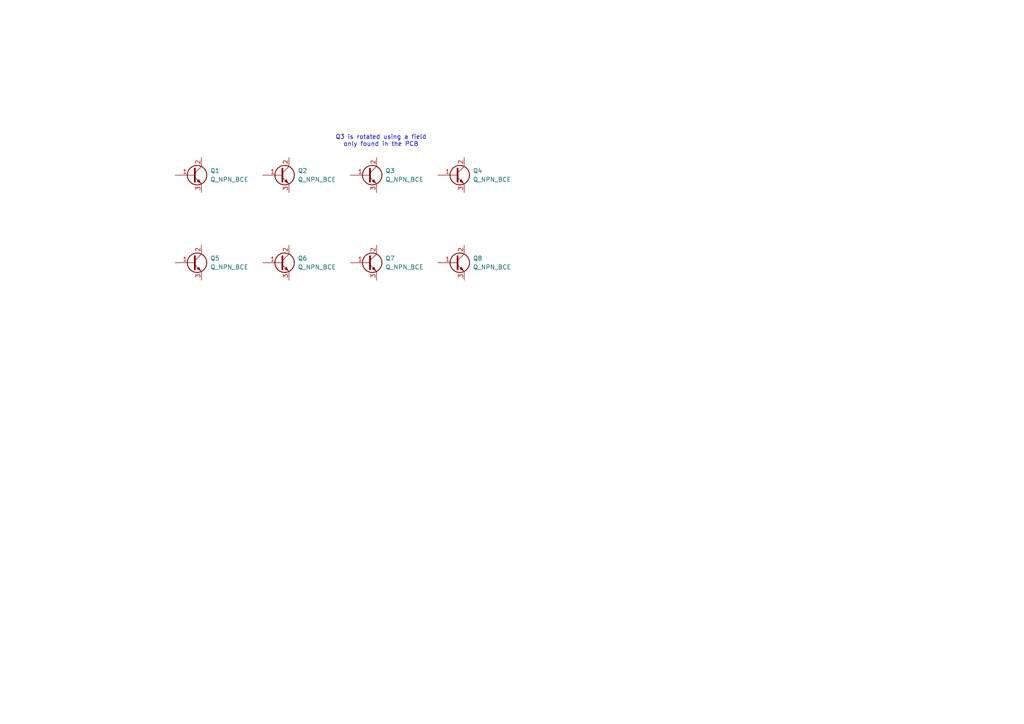
<source format=kicad_sch>
(kicad_sch (version 20250114) (generator "eeschema") (generator_version "9.0")
  (paper "A4")
  (lib_symbols
    (symbol "Device:Q_NPN_BCE" (pin_names (offset 0) (hide yes))
      (property "Reference" "Q" (at 5.08 1.27 0))
      (property "Value" "Q_NPN_BCE" (at 5.08 -1.27 0))
      (symbol "Q_NPN_BCE_0_1"
        (polyline (pts (xy 0.635 1.905) (xy 0.635 -1.905) (xy 0.635 -1.905)) (stroke (width 0.508)))
        (polyline (pts (xy 0.635 0.635) (xy 2.54 2.54)))
        (polyline (pts (xy 0.635 -0.635) (xy 2.54 -2.54) (xy 2.54 -2.54)))
        (circle (center 1.27 0) (radius 2.8194) (stroke (width 0.254)))
        (polyline (pts (xy 1.27 -1.778) (xy 1.778 -1.27) (xy 2.286 -2.286) (xy 1.27 -1.778) (xy 1.27 -1.778)) (fill (type outline)))
      )
      (symbol "Q_NPN_BCE_1_1"
        (pin input line (at -5.08 0 0) (length 5.715) (name "B") (number "1"))
        (pin passive line (at 2.54 5.08 270) (length 2.54) (name "C") (number "2"))
        (pin passive line (at 2.54 -5.08 90) (length 2.54) (name "E") (number "3"))
      )
    )
  )
  (text "Q3 is rotated using a field\nonly found in the PCB" (at 110.49 40.894 0) (effects (font (size 1.27 1.27))))
  (symbol (lib_id "Device:Q_NPN_BCE") (at 55.88 50.8 0) (unit 1)
    (property "Reference" "Q1" (at 60.96 49.53 0) (effects (justify left)))
    (property "Value" "Q_NPN_BCE" (at 60.96 52.07 0) (effects (justify left)))
    (property "Footprint" "Package_TO_SOT_SMD:SOT-23-3" (effects (hide yes)))
  )
  (symbol (lib_id "Device:Q_NPN_BCE") (at 106.68 76.2 0) (unit 1)
    (property "Reference" "Q7" (at 111.76 74.93 0) (effects (justify left)))
    (property "Value" "Q_NPN_BCE" (at 111.76 77.47 0) (effects (justify left)))
    (property "Footprint" "Package_TO_SOT_SMD:SOT-23-3" (effects (hide yes)))
    (property "JLCRotOffset" "270" (effects (hide yes)))
  )
  (symbol (lib_id "Device:Q_NPN_BCE") (at 81.28 76.2 0) (unit 1)
    (property "Reference" "Q6" (at 86.36 74.93 0) (effects (justify left)))
    (property "Value" "Q_NPN_BCE" (at 86.36 77.47 0) (effects (justify left)))
    (property "Footprint" "Package_TO_SOT_SMD:SOT-23" (effects (hide yes)))
  )
  (symbol (lib_id "Device:Q_NPN_BCE") (at 55.88 76.2 0) (unit 1)
    (property "Reference" "Q5" (at 60.96 74.93 0) (effects (justify left)))
    (property "Value" "Q_NPN_BCE" (at 60.96 77.47 0) (effects (justify left)))
    (property "Footprint" "Package_TO_SOT_SMD:SOT-23-3" (effects (hide yes)))
  )
  (symbol (lib_id "Device:Q_NPN_BCE") (at 81.28 50.8 0) (unit 1)
    (property "Reference" "Q2" (at 86.36 49.53 0) (effects (justify left)))
    (property "Value" "Q_NPN_BCE" (at 86.36 52.07 0) (effects (justify left)))
    (property "Footprint" "Package_TO_SOT_SMD:SOT-23-3" (effects (hide yes)))
  )
  (symbol (lib_id "Device:Q_NPN_BCE") (at 106.68 50.8 0) (unit 1)
    (property "Reference" "Q3" (at 111.76 49.53 0) (effects (justify left)))
    (property "Value" "Q_NPN_BCE" (at 111.76 52.07 0) (effects (justify left)))
    (property "Footprint" "Package_TO_SOT_SMD:SOT-23-3" (effects (hide yes)))
  )
  (symbol (lib_id "Device:Q_NPN_BCE") (at 132.08 50.8 0) (unit 1)
    (property "Reference" "Q4" (at 137.16 49.53 0) (effects (justify left)))
    (property "Value" "Q_NPN_BCE" (at 137.16 52.07 0) (effects (justify left)))
    (property "Footprint" "Package_TO_SOT_SMD:SOT-23-3" (effects (hide yes)))
    (property "JLCPosOffset" "1,1" (effects (hide yes)))
  )
  (symbol (lib_id "Device:Q_NPN_BCE") (at 132.08 76.2 0) (unit 1)
    (property "Reference" "Q8" (at 137.16 74.93 0) (effects (justify left)))
    (property "Value" "Q_NPN_BCE" (at 137.16 77.47 0) (effects (justify left)))
    (property "Footprint" "Package_TO_SOT_SMD:SOT-23-3" (effects (hide yes)))
    (property "JLCPosOffset" "1,1" (effects (hide yes)))
  )
)
</source>
